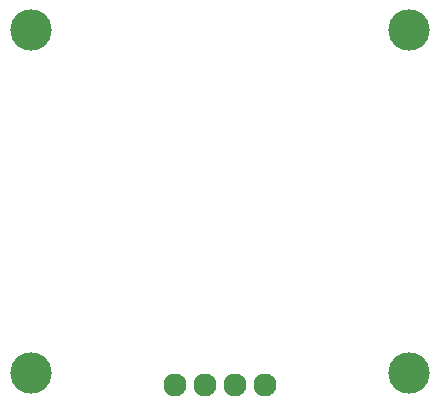
<source format=gbs>
G75*
G70*
%OFA0B0*%
%FSLAX24Y24*%
%IPPOS*%
%LPD*%
%AMOC8*
5,1,8,0,0,1.08239X$1,22.5*
%
%ADD10C,0.1380*%
%ADD11C,0.0770*%
D10*
X001725Y002427D03*
X001725Y013844D03*
X014323Y013844D03*
X014323Y002427D03*
D11*
X009524Y002033D03*
X008524Y002033D03*
X007524Y002033D03*
X006524Y002033D03*
M02*

</source>
